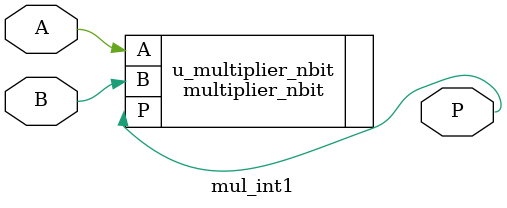
<source format=v>

module mul_int1 #(
    parameter WIDTH = 1
)(
    input  [WIDTH-1:0] A,  // Multiplicand
    input  [WIDTH-1:0] B,  // Multiplier
    output [WIDTH-1:0] P   // Lower WIDTH bits of the product
);

    // Instantiate the n-bit multiplier submodule
    multiplier_nbit #(WIDTH) u_multiplier_nbit (
        .A(A),
        .B(B),
        .P(P)
    );

endmodule

</source>
